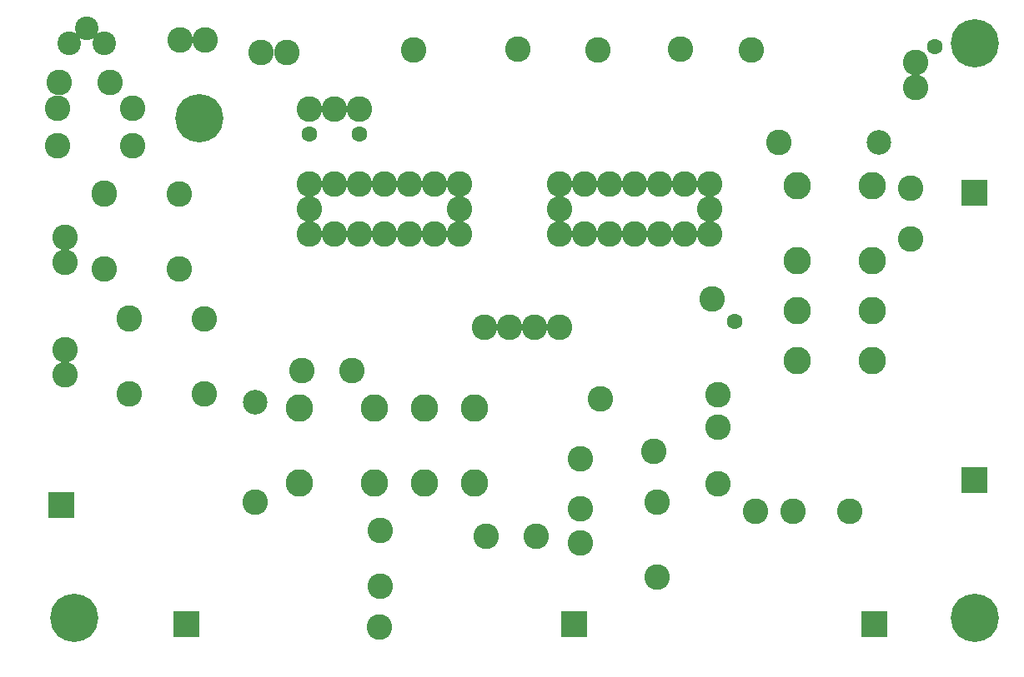
<source format=gbr>
%FSLAX34Y34*%
%MOMM*%
%LNSOLDERMASK_TOP*%
G71*
G01*
%ADD10C,2.600*%
%ADD11C,1.600*%
%ADD12C,2.600*%
%ADD13C,2.500*%
%ADD14C,2.800*%
%ADD15C,4.900*%
%ADD16C,2.400*%
%LPD*%
X-161150Y304510D02*
G54D10*
D03*
X-135750Y304510D02*
G54D10*
D03*
X-135750Y304510D02*
G54D10*
D03*
X-110350Y304510D02*
G54D10*
D03*
X-110350Y304510D02*
G54D10*
D03*
X-84950Y304510D02*
G54D10*
D03*
X-84950Y304510D02*
G54D10*
D03*
X-59550Y304510D02*
G54D10*
D03*
X-59550Y304510D02*
G54D10*
D03*
X-34150Y304510D02*
G54D10*
D03*
X-34150Y304510D02*
G54D10*
D03*
X-8750Y304510D02*
G54D10*
D03*
X-8750Y304510D02*
G54D10*
D03*
X-8750Y279110D02*
G54D10*
D03*
X-8750Y279110D02*
G54D10*
D03*
X-8750Y253710D02*
G54D10*
D03*
X-161150Y304510D02*
G54D10*
D03*
X-161150Y279110D02*
G54D10*
D03*
X-161150Y279110D02*
G54D10*
D03*
X-161150Y253710D02*
G54D10*
D03*
X-161150Y253710D02*
G54D10*
D03*
X-135750Y253710D02*
G54D10*
D03*
X-135750Y253710D02*
G54D10*
D03*
X-110350Y253710D02*
G54D10*
D03*
X-110350Y253710D02*
G54D10*
D03*
X-84950Y253710D02*
G54D10*
D03*
X-84950Y253710D02*
G54D10*
D03*
X-59550Y253710D02*
G54D10*
D03*
X-59550Y253710D02*
G54D10*
D03*
X-34150Y253710D02*
G54D10*
D03*
X-34150Y253710D02*
G54D10*
D03*
X-8750Y253710D02*
G54D10*
D03*
X-8750Y253710D02*
G54D10*
D03*
X-161150Y253710D02*
G54D10*
D03*
X-415150Y304510D02*
G54D10*
D03*
X-389750Y304510D02*
G54D10*
D03*
X-389750Y304510D02*
G54D10*
D03*
X-364350Y304510D02*
G54D10*
D03*
X-364350Y304510D02*
G54D10*
D03*
X-338950Y304510D02*
G54D10*
D03*
X-338950Y304510D02*
G54D10*
D03*
X-313550Y304510D02*
G54D10*
D03*
X-313550Y304510D02*
G54D10*
D03*
X-288150Y304510D02*
G54D10*
D03*
X-288150Y304510D02*
G54D10*
D03*
X-262750Y304510D02*
G54D10*
D03*
X-262750Y304510D02*
G54D10*
D03*
X-262750Y279110D02*
G54D10*
D03*
X-262750Y279110D02*
G54D10*
D03*
X-262750Y253710D02*
G54D10*
D03*
X-415150Y304510D02*
G54D10*
D03*
X-415150Y279110D02*
G54D10*
D03*
X-415150Y279110D02*
G54D10*
D03*
X-415150Y253710D02*
G54D10*
D03*
X-415150Y253710D02*
G54D10*
D03*
X-389750Y253710D02*
G54D10*
D03*
X-389750Y253710D02*
G54D10*
D03*
X-364350Y253710D02*
G54D10*
D03*
X-364350Y253710D02*
G54D10*
D03*
X-338950Y253710D02*
G54D10*
D03*
X-338950Y253710D02*
G54D10*
D03*
X-313550Y253710D02*
G54D10*
D03*
X-313550Y253710D02*
G54D10*
D03*
X-288150Y253710D02*
G54D10*
D03*
X-288150Y253710D02*
G54D10*
D03*
X-262750Y253710D02*
G54D10*
D03*
X-262750Y253710D02*
G54D10*
D03*
X-415150Y253710D02*
G54D10*
D03*
X-237350Y158460D02*
G54D10*
D03*
X-237350Y158460D02*
G54D10*
D03*
X-211950Y158460D02*
G54D10*
D03*
X-211950Y158460D02*
G54D10*
D03*
X-186550Y158460D02*
G54D10*
D03*
X-186550Y158460D02*
G54D10*
D03*
X-161150Y158460D02*
G54D10*
D03*
X-161150Y158460D02*
G54D10*
D03*
X-415150Y380710D02*
G54D10*
D03*
X-389750Y380710D02*
G54D10*
D03*
X-364350Y380710D02*
G54D10*
D03*
X-415150Y355310D02*
G54D11*
D03*
X-364350Y355310D02*
G54D11*
D03*
X-597483Y167666D02*
G54D10*
D03*
X-597533Y91416D02*
G54D10*
D03*
X-597483Y167666D02*
G54D12*
D03*
X-521292Y167592D02*
G54D10*
D03*
X-597542Y167642D02*
G54D10*
D03*
X-521292Y167592D02*
G54D12*
D03*
X-521292Y167592D02*
G54D10*
D03*
X-521342Y91342D02*
G54D10*
D03*
X-521292Y167592D02*
G54D12*
D03*
X-622882Y294666D02*
G54D10*
D03*
X-622933Y218416D02*
G54D10*
D03*
X-622883Y294666D02*
G54D12*
D03*
X-546692Y294592D02*
G54D10*
D03*
X-622942Y294642D02*
G54D10*
D03*
X-546692Y294592D02*
G54D12*
D03*
X-546692Y294592D02*
G54D10*
D03*
X-546742Y218342D02*
G54D10*
D03*
X-546692Y294592D02*
G54D12*
D03*
X-663127Y135961D02*
G54D10*
D03*
X-663127Y110561D02*
G54D10*
D03*
X-663127Y250261D02*
G54D10*
D03*
X-663127Y224861D02*
G54D10*
D03*
X200473Y428061D02*
G54D10*
D03*
X200473Y402661D02*
G54D10*
D03*
X219850Y444210D02*
G54D11*
D03*
X-6350Y187400D02*
G54D10*
D03*
X-469900Y-19050D02*
G54D13*
D03*
X-469900Y82550D02*
G54D13*
D03*
X-425065Y235D02*
G54D14*
D03*
X-425065Y76435D02*
G54D14*
D03*
X-348865Y235D02*
G54D14*
D03*
X-298065Y235D02*
G54D14*
D03*
X-247265Y235D02*
G54D14*
D03*
X-348865Y76435D02*
G54D14*
D03*
X-298065Y76435D02*
G54D14*
D03*
X-247265Y76435D02*
G54D14*
D03*
X-371640Y115125D02*
G54D10*
D03*
X-422621Y115013D02*
G54D10*
D03*
X-371640Y115125D02*
G54D10*
D03*
X-469900Y-19050D02*
G54D10*
D03*
X-425065Y235D02*
G54D10*
D03*
X61352Y347104D02*
G54D13*
D03*
X162952Y347104D02*
G54D13*
D03*
X80637Y302270D02*
G54D14*
D03*
X156837Y302270D02*
G54D14*
D03*
X80637Y226070D02*
G54D14*
D03*
X80637Y175270D02*
G54D14*
D03*
X80637Y124470D02*
G54D14*
D03*
X156837Y226070D02*
G54D14*
D03*
X156837Y175270D02*
G54D14*
D03*
X156837Y124470D02*
G54D14*
D03*
X195527Y248845D02*
G54D10*
D03*
X195415Y299826D02*
G54D10*
D03*
X195527Y248845D02*
G54D10*
D03*
X61352Y347104D02*
G54D10*
D03*
X80637Y302270D02*
G54D10*
D03*
X-463650Y438100D02*
G54D10*
D03*
X-438150Y438100D02*
G54D10*
D03*
X-425065Y76435D02*
G54D10*
D03*
X80637Y302270D02*
G54D10*
D03*
G36*
X247350Y308200D02*
X273350Y308200D01*
X273350Y282200D01*
X247350Y282200D01*
X247350Y308200D01*
G37*
G36*
X247350Y16100D02*
X273350Y16100D01*
X273350Y-9900D01*
X247350Y-9900D01*
X247350Y16100D01*
G37*
X0Y57150D02*
G54D10*
D03*
X0Y0D02*
G54D10*
D03*
X-342900Y-47750D02*
G54D10*
D03*
X-342900Y-104900D02*
G54D10*
D03*
X76200Y-28700D02*
G54D10*
D03*
X133350Y-28700D02*
G54D10*
D03*
X-65623Y32350D02*
G54D10*
D03*
X-119505Y86302D02*
G54D10*
D03*
X-65623Y32350D02*
G54D12*
D03*
X-61572Y-95426D02*
G54D10*
D03*
X-61522Y-19176D02*
G54D10*
D03*
X-61572Y-95426D02*
G54D12*
D03*
G36*
X-159050Y-129950D02*
X-133050Y-129950D01*
X-133050Y-155950D01*
X-159050Y-155950D01*
X-159050Y-129950D01*
G37*
X-139700Y25400D02*
G54D10*
D03*
X-139700Y-25400D02*
G54D10*
D03*
X-342900Y-104900D02*
G54D10*
D03*
X-139700Y-25400D02*
G54D10*
D03*
X-235806Y-54007D02*
G54D10*
D03*
X-184826Y-53895D02*
G54D10*
D03*
X16650Y164810D02*
G54D11*
D03*
X-235806Y-54007D02*
G54D10*
D03*
X-654050Y-136650D02*
G54D15*
D03*
G36*
X-552750Y-129950D02*
X-526750Y-129950D01*
X-526750Y-155950D01*
X-552750Y-155950D01*
X-552750Y-129950D01*
G37*
X260350Y-136650D02*
G54D15*
D03*
G36*
X145750Y-129950D02*
X171750Y-129950D01*
X171750Y-155950D01*
X145750Y-155950D01*
X145750Y-129950D01*
G37*
X260350Y447550D02*
G54D15*
D03*
G36*
X-679750Y-9300D02*
X-653750Y-9300D01*
X-653750Y-35300D01*
X-679750Y-35300D01*
X-679750Y-9300D01*
G37*
X-623482Y447122D02*
G54D16*
D03*
X-641057Y463022D02*
G54D16*
D03*
X-658673Y447087D02*
G54D16*
D03*
X-668547Y407735D02*
G54D10*
D03*
X-617566Y407848D02*
G54D10*
D03*
X-670954Y381088D02*
G54D10*
D03*
X-594704Y381038D02*
G54D10*
D03*
X-670954Y342988D02*
G54D10*
D03*
X-594704Y342938D02*
G54D10*
D03*
X-546100Y450800D02*
G54D10*
D03*
X-520700Y450800D02*
G54D10*
D03*
X-527050Y371350D02*
G54D15*
D03*
X-203200Y441200D02*
G54D10*
D03*
X-122099Y440463D02*
G54D10*
D03*
X-38100Y441200D02*
G54D10*
D03*
X-309200Y440673D02*
G54D10*
D03*
X33700Y440673D02*
G54D10*
D03*
X-343947Y-146365D02*
G54D10*
D03*
X38100Y-28700D02*
G54D10*
D03*
X-139700Y-60450D02*
G54D10*
D03*
X0Y90170D02*
G54D10*
D03*
M02*

</source>
